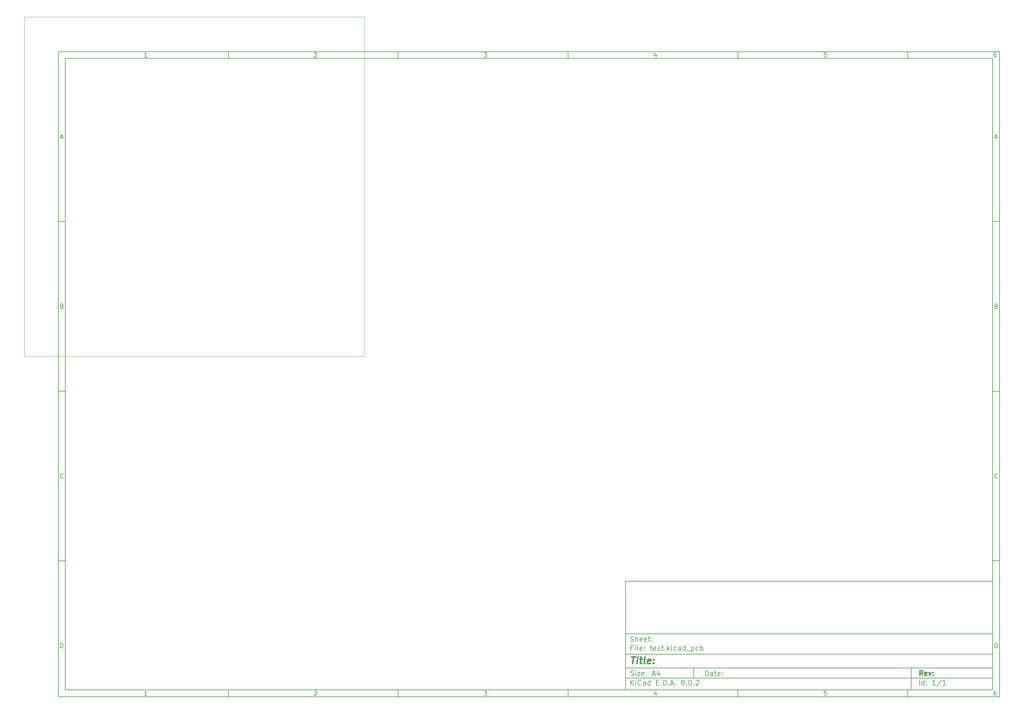
<source format=gbr>
%TF.GenerationSoftware,KiCad,Pcbnew,8.0.2-8.0.2-0~ubuntu22.04.1*%
%TF.CreationDate,2024-05-24T20:00:57+03:30*%
%TF.ProjectId,test,74657374-2e6b-4696-9361-645f70636258,rev?*%
%TF.SameCoordinates,Original*%
%TF.FileFunction,Profile,NP*%
%FSLAX46Y46*%
G04 Gerber Fmt 4.6, Leading zero omitted, Abs format (unit mm)*
G04 Created by KiCad (PCBNEW 8.0.2-8.0.2-0~ubuntu22.04.1) date 2024-05-24 20:00:57*
%MOMM*%
%LPD*%
G01*
G04 APERTURE LIST*
%ADD10C,0.100000*%
%ADD11C,0.150000*%
%ADD12C,0.300000*%
%ADD13C,0.400000*%
%TA.AperFunction,Profile*%
%ADD14C,0.100000*%
%TD*%
G04 APERTURE END LIST*
D10*
D11*
X177002200Y-166007200D02*
X285002200Y-166007200D01*
X285002200Y-198007200D01*
X177002200Y-198007200D01*
X177002200Y-166007200D01*
D10*
D11*
X10000000Y-10000000D02*
X287002200Y-10000000D01*
X287002200Y-200007200D01*
X10000000Y-200007200D01*
X10000000Y-10000000D01*
D10*
D11*
X12000000Y-12000000D02*
X285002200Y-12000000D01*
X285002200Y-198007200D01*
X12000000Y-198007200D01*
X12000000Y-12000000D01*
D10*
D11*
X60000000Y-12000000D02*
X60000000Y-10000000D01*
D10*
D11*
X110000000Y-12000000D02*
X110000000Y-10000000D01*
D10*
D11*
X160000000Y-12000000D02*
X160000000Y-10000000D01*
D10*
D11*
X210000000Y-12000000D02*
X210000000Y-10000000D01*
D10*
D11*
X260000000Y-12000000D02*
X260000000Y-10000000D01*
D10*
D11*
X36089160Y-11593604D02*
X35346303Y-11593604D01*
X35717731Y-11593604D02*
X35717731Y-10293604D01*
X35717731Y-10293604D02*
X35593922Y-10479319D01*
X35593922Y-10479319D02*
X35470112Y-10603128D01*
X35470112Y-10603128D02*
X35346303Y-10665033D01*
D10*
D11*
X85346303Y-10417414D02*
X85408207Y-10355509D01*
X85408207Y-10355509D02*
X85532017Y-10293604D01*
X85532017Y-10293604D02*
X85841541Y-10293604D01*
X85841541Y-10293604D02*
X85965350Y-10355509D01*
X85965350Y-10355509D02*
X86027255Y-10417414D01*
X86027255Y-10417414D02*
X86089160Y-10541223D01*
X86089160Y-10541223D02*
X86089160Y-10665033D01*
X86089160Y-10665033D02*
X86027255Y-10850747D01*
X86027255Y-10850747D02*
X85284398Y-11593604D01*
X85284398Y-11593604D02*
X86089160Y-11593604D01*
D10*
D11*
X135284398Y-10293604D02*
X136089160Y-10293604D01*
X136089160Y-10293604D02*
X135655826Y-10788842D01*
X135655826Y-10788842D02*
X135841541Y-10788842D01*
X135841541Y-10788842D02*
X135965350Y-10850747D01*
X135965350Y-10850747D02*
X136027255Y-10912652D01*
X136027255Y-10912652D02*
X136089160Y-11036461D01*
X136089160Y-11036461D02*
X136089160Y-11345985D01*
X136089160Y-11345985D02*
X136027255Y-11469795D01*
X136027255Y-11469795D02*
X135965350Y-11531700D01*
X135965350Y-11531700D02*
X135841541Y-11593604D01*
X135841541Y-11593604D02*
X135470112Y-11593604D01*
X135470112Y-11593604D02*
X135346303Y-11531700D01*
X135346303Y-11531700D02*
X135284398Y-11469795D01*
D10*
D11*
X185965350Y-10726938D02*
X185965350Y-11593604D01*
X185655826Y-10231700D02*
X185346303Y-11160271D01*
X185346303Y-11160271D02*
X186151064Y-11160271D01*
D10*
D11*
X236027255Y-10293604D02*
X235408207Y-10293604D01*
X235408207Y-10293604D02*
X235346303Y-10912652D01*
X235346303Y-10912652D02*
X235408207Y-10850747D01*
X235408207Y-10850747D02*
X235532017Y-10788842D01*
X235532017Y-10788842D02*
X235841541Y-10788842D01*
X235841541Y-10788842D02*
X235965350Y-10850747D01*
X235965350Y-10850747D02*
X236027255Y-10912652D01*
X236027255Y-10912652D02*
X236089160Y-11036461D01*
X236089160Y-11036461D02*
X236089160Y-11345985D01*
X236089160Y-11345985D02*
X236027255Y-11469795D01*
X236027255Y-11469795D02*
X235965350Y-11531700D01*
X235965350Y-11531700D02*
X235841541Y-11593604D01*
X235841541Y-11593604D02*
X235532017Y-11593604D01*
X235532017Y-11593604D02*
X235408207Y-11531700D01*
X235408207Y-11531700D02*
X235346303Y-11469795D01*
D10*
D11*
X285965350Y-10293604D02*
X285717731Y-10293604D01*
X285717731Y-10293604D02*
X285593922Y-10355509D01*
X285593922Y-10355509D02*
X285532017Y-10417414D01*
X285532017Y-10417414D02*
X285408207Y-10603128D01*
X285408207Y-10603128D02*
X285346303Y-10850747D01*
X285346303Y-10850747D02*
X285346303Y-11345985D01*
X285346303Y-11345985D02*
X285408207Y-11469795D01*
X285408207Y-11469795D02*
X285470112Y-11531700D01*
X285470112Y-11531700D02*
X285593922Y-11593604D01*
X285593922Y-11593604D02*
X285841541Y-11593604D01*
X285841541Y-11593604D02*
X285965350Y-11531700D01*
X285965350Y-11531700D02*
X286027255Y-11469795D01*
X286027255Y-11469795D02*
X286089160Y-11345985D01*
X286089160Y-11345985D02*
X286089160Y-11036461D01*
X286089160Y-11036461D02*
X286027255Y-10912652D01*
X286027255Y-10912652D02*
X285965350Y-10850747D01*
X285965350Y-10850747D02*
X285841541Y-10788842D01*
X285841541Y-10788842D02*
X285593922Y-10788842D01*
X285593922Y-10788842D02*
X285470112Y-10850747D01*
X285470112Y-10850747D02*
X285408207Y-10912652D01*
X285408207Y-10912652D02*
X285346303Y-11036461D01*
D10*
D11*
X60000000Y-198007200D02*
X60000000Y-200007200D01*
D10*
D11*
X110000000Y-198007200D02*
X110000000Y-200007200D01*
D10*
D11*
X160000000Y-198007200D02*
X160000000Y-200007200D01*
D10*
D11*
X210000000Y-198007200D02*
X210000000Y-200007200D01*
D10*
D11*
X260000000Y-198007200D02*
X260000000Y-200007200D01*
D10*
D11*
X36089160Y-199600804D02*
X35346303Y-199600804D01*
X35717731Y-199600804D02*
X35717731Y-198300804D01*
X35717731Y-198300804D02*
X35593922Y-198486519D01*
X35593922Y-198486519D02*
X35470112Y-198610328D01*
X35470112Y-198610328D02*
X35346303Y-198672233D01*
D10*
D11*
X85346303Y-198424614D02*
X85408207Y-198362709D01*
X85408207Y-198362709D02*
X85532017Y-198300804D01*
X85532017Y-198300804D02*
X85841541Y-198300804D01*
X85841541Y-198300804D02*
X85965350Y-198362709D01*
X85965350Y-198362709D02*
X86027255Y-198424614D01*
X86027255Y-198424614D02*
X86089160Y-198548423D01*
X86089160Y-198548423D02*
X86089160Y-198672233D01*
X86089160Y-198672233D02*
X86027255Y-198857947D01*
X86027255Y-198857947D02*
X85284398Y-199600804D01*
X85284398Y-199600804D02*
X86089160Y-199600804D01*
D10*
D11*
X135284398Y-198300804D02*
X136089160Y-198300804D01*
X136089160Y-198300804D02*
X135655826Y-198796042D01*
X135655826Y-198796042D02*
X135841541Y-198796042D01*
X135841541Y-198796042D02*
X135965350Y-198857947D01*
X135965350Y-198857947D02*
X136027255Y-198919852D01*
X136027255Y-198919852D02*
X136089160Y-199043661D01*
X136089160Y-199043661D02*
X136089160Y-199353185D01*
X136089160Y-199353185D02*
X136027255Y-199476995D01*
X136027255Y-199476995D02*
X135965350Y-199538900D01*
X135965350Y-199538900D02*
X135841541Y-199600804D01*
X135841541Y-199600804D02*
X135470112Y-199600804D01*
X135470112Y-199600804D02*
X135346303Y-199538900D01*
X135346303Y-199538900D02*
X135284398Y-199476995D01*
D10*
D11*
X185965350Y-198734138D02*
X185965350Y-199600804D01*
X185655826Y-198238900D02*
X185346303Y-199167471D01*
X185346303Y-199167471D02*
X186151064Y-199167471D01*
D10*
D11*
X236027255Y-198300804D02*
X235408207Y-198300804D01*
X235408207Y-198300804D02*
X235346303Y-198919852D01*
X235346303Y-198919852D02*
X235408207Y-198857947D01*
X235408207Y-198857947D02*
X235532017Y-198796042D01*
X235532017Y-198796042D02*
X235841541Y-198796042D01*
X235841541Y-198796042D02*
X235965350Y-198857947D01*
X235965350Y-198857947D02*
X236027255Y-198919852D01*
X236027255Y-198919852D02*
X236089160Y-199043661D01*
X236089160Y-199043661D02*
X236089160Y-199353185D01*
X236089160Y-199353185D02*
X236027255Y-199476995D01*
X236027255Y-199476995D02*
X235965350Y-199538900D01*
X235965350Y-199538900D02*
X235841541Y-199600804D01*
X235841541Y-199600804D02*
X235532017Y-199600804D01*
X235532017Y-199600804D02*
X235408207Y-199538900D01*
X235408207Y-199538900D02*
X235346303Y-199476995D01*
D10*
D11*
X285965350Y-198300804D02*
X285717731Y-198300804D01*
X285717731Y-198300804D02*
X285593922Y-198362709D01*
X285593922Y-198362709D02*
X285532017Y-198424614D01*
X285532017Y-198424614D02*
X285408207Y-198610328D01*
X285408207Y-198610328D02*
X285346303Y-198857947D01*
X285346303Y-198857947D02*
X285346303Y-199353185D01*
X285346303Y-199353185D02*
X285408207Y-199476995D01*
X285408207Y-199476995D02*
X285470112Y-199538900D01*
X285470112Y-199538900D02*
X285593922Y-199600804D01*
X285593922Y-199600804D02*
X285841541Y-199600804D01*
X285841541Y-199600804D02*
X285965350Y-199538900D01*
X285965350Y-199538900D02*
X286027255Y-199476995D01*
X286027255Y-199476995D02*
X286089160Y-199353185D01*
X286089160Y-199353185D02*
X286089160Y-199043661D01*
X286089160Y-199043661D02*
X286027255Y-198919852D01*
X286027255Y-198919852D02*
X285965350Y-198857947D01*
X285965350Y-198857947D02*
X285841541Y-198796042D01*
X285841541Y-198796042D02*
X285593922Y-198796042D01*
X285593922Y-198796042D02*
X285470112Y-198857947D01*
X285470112Y-198857947D02*
X285408207Y-198919852D01*
X285408207Y-198919852D02*
X285346303Y-199043661D01*
D10*
D11*
X10000000Y-60000000D02*
X12000000Y-60000000D01*
D10*
D11*
X10000000Y-110000000D02*
X12000000Y-110000000D01*
D10*
D11*
X10000000Y-160000000D02*
X12000000Y-160000000D01*
D10*
D11*
X10690476Y-35222176D02*
X11309523Y-35222176D01*
X10566666Y-35593604D02*
X10999999Y-34293604D01*
X10999999Y-34293604D02*
X11433333Y-35593604D01*
D10*
D11*
X11092857Y-84912652D02*
X11278571Y-84974557D01*
X11278571Y-84974557D02*
X11340476Y-85036461D01*
X11340476Y-85036461D02*
X11402380Y-85160271D01*
X11402380Y-85160271D02*
X11402380Y-85345985D01*
X11402380Y-85345985D02*
X11340476Y-85469795D01*
X11340476Y-85469795D02*
X11278571Y-85531700D01*
X11278571Y-85531700D02*
X11154761Y-85593604D01*
X11154761Y-85593604D02*
X10659523Y-85593604D01*
X10659523Y-85593604D02*
X10659523Y-84293604D01*
X10659523Y-84293604D02*
X11092857Y-84293604D01*
X11092857Y-84293604D02*
X11216666Y-84355509D01*
X11216666Y-84355509D02*
X11278571Y-84417414D01*
X11278571Y-84417414D02*
X11340476Y-84541223D01*
X11340476Y-84541223D02*
X11340476Y-84665033D01*
X11340476Y-84665033D02*
X11278571Y-84788842D01*
X11278571Y-84788842D02*
X11216666Y-84850747D01*
X11216666Y-84850747D02*
X11092857Y-84912652D01*
X11092857Y-84912652D02*
X10659523Y-84912652D01*
D10*
D11*
X11402380Y-135469795D02*
X11340476Y-135531700D01*
X11340476Y-135531700D02*
X11154761Y-135593604D01*
X11154761Y-135593604D02*
X11030952Y-135593604D01*
X11030952Y-135593604D02*
X10845238Y-135531700D01*
X10845238Y-135531700D02*
X10721428Y-135407890D01*
X10721428Y-135407890D02*
X10659523Y-135284080D01*
X10659523Y-135284080D02*
X10597619Y-135036461D01*
X10597619Y-135036461D02*
X10597619Y-134850747D01*
X10597619Y-134850747D02*
X10659523Y-134603128D01*
X10659523Y-134603128D02*
X10721428Y-134479319D01*
X10721428Y-134479319D02*
X10845238Y-134355509D01*
X10845238Y-134355509D02*
X11030952Y-134293604D01*
X11030952Y-134293604D02*
X11154761Y-134293604D01*
X11154761Y-134293604D02*
X11340476Y-134355509D01*
X11340476Y-134355509D02*
X11402380Y-134417414D01*
D10*
D11*
X10659523Y-185593604D02*
X10659523Y-184293604D01*
X10659523Y-184293604D02*
X10969047Y-184293604D01*
X10969047Y-184293604D02*
X11154761Y-184355509D01*
X11154761Y-184355509D02*
X11278571Y-184479319D01*
X11278571Y-184479319D02*
X11340476Y-184603128D01*
X11340476Y-184603128D02*
X11402380Y-184850747D01*
X11402380Y-184850747D02*
X11402380Y-185036461D01*
X11402380Y-185036461D02*
X11340476Y-185284080D01*
X11340476Y-185284080D02*
X11278571Y-185407890D01*
X11278571Y-185407890D02*
X11154761Y-185531700D01*
X11154761Y-185531700D02*
X10969047Y-185593604D01*
X10969047Y-185593604D02*
X10659523Y-185593604D01*
D10*
D11*
X287002200Y-60000000D02*
X285002200Y-60000000D01*
D10*
D11*
X287002200Y-110000000D02*
X285002200Y-110000000D01*
D10*
D11*
X287002200Y-160000000D02*
X285002200Y-160000000D01*
D10*
D11*
X285692676Y-35222176D02*
X286311723Y-35222176D01*
X285568866Y-35593604D02*
X286002199Y-34293604D01*
X286002199Y-34293604D02*
X286435533Y-35593604D01*
D10*
D11*
X286095057Y-84912652D02*
X286280771Y-84974557D01*
X286280771Y-84974557D02*
X286342676Y-85036461D01*
X286342676Y-85036461D02*
X286404580Y-85160271D01*
X286404580Y-85160271D02*
X286404580Y-85345985D01*
X286404580Y-85345985D02*
X286342676Y-85469795D01*
X286342676Y-85469795D02*
X286280771Y-85531700D01*
X286280771Y-85531700D02*
X286156961Y-85593604D01*
X286156961Y-85593604D02*
X285661723Y-85593604D01*
X285661723Y-85593604D02*
X285661723Y-84293604D01*
X285661723Y-84293604D02*
X286095057Y-84293604D01*
X286095057Y-84293604D02*
X286218866Y-84355509D01*
X286218866Y-84355509D02*
X286280771Y-84417414D01*
X286280771Y-84417414D02*
X286342676Y-84541223D01*
X286342676Y-84541223D02*
X286342676Y-84665033D01*
X286342676Y-84665033D02*
X286280771Y-84788842D01*
X286280771Y-84788842D02*
X286218866Y-84850747D01*
X286218866Y-84850747D02*
X286095057Y-84912652D01*
X286095057Y-84912652D02*
X285661723Y-84912652D01*
D10*
D11*
X286404580Y-135469795D02*
X286342676Y-135531700D01*
X286342676Y-135531700D02*
X286156961Y-135593604D01*
X286156961Y-135593604D02*
X286033152Y-135593604D01*
X286033152Y-135593604D02*
X285847438Y-135531700D01*
X285847438Y-135531700D02*
X285723628Y-135407890D01*
X285723628Y-135407890D02*
X285661723Y-135284080D01*
X285661723Y-135284080D02*
X285599819Y-135036461D01*
X285599819Y-135036461D02*
X285599819Y-134850747D01*
X285599819Y-134850747D02*
X285661723Y-134603128D01*
X285661723Y-134603128D02*
X285723628Y-134479319D01*
X285723628Y-134479319D02*
X285847438Y-134355509D01*
X285847438Y-134355509D02*
X286033152Y-134293604D01*
X286033152Y-134293604D02*
X286156961Y-134293604D01*
X286156961Y-134293604D02*
X286342676Y-134355509D01*
X286342676Y-134355509D02*
X286404580Y-134417414D01*
D10*
D11*
X285661723Y-185593604D02*
X285661723Y-184293604D01*
X285661723Y-184293604D02*
X285971247Y-184293604D01*
X285971247Y-184293604D02*
X286156961Y-184355509D01*
X286156961Y-184355509D02*
X286280771Y-184479319D01*
X286280771Y-184479319D02*
X286342676Y-184603128D01*
X286342676Y-184603128D02*
X286404580Y-184850747D01*
X286404580Y-184850747D02*
X286404580Y-185036461D01*
X286404580Y-185036461D02*
X286342676Y-185284080D01*
X286342676Y-185284080D02*
X286280771Y-185407890D01*
X286280771Y-185407890D02*
X286156961Y-185531700D01*
X286156961Y-185531700D02*
X285971247Y-185593604D01*
X285971247Y-185593604D02*
X285661723Y-185593604D01*
D10*
D11*
X200458026Y-193793328D02*
X200458026Y-192293328D01*
X200458026Y-192293328D02*
X200815169Y-192293328D01*
X200815169Y-192293328D02*
X201029455Y-192364757D01*
X201029455Y-192364757D02*
X201172312Y-192507614D01*
X201172312Y-192507614D02*
X201243741Y-192650471D01*
X201243741Y-192650471D02*
X201315169Y-192936185D01*
X201315169Y-192936185D02*
X201315169Y-193150471D01*
X201315169Y-193150471D02*
X201243741Y-193436185D01*
X201243741Y-193436185D02*
X201172312Y-193579042D01*
X201172312Y-193579042D02*
X201029455Y-193721900D01*
X201029455Y-193721900D02*
X200815169Y-193793328D01*
X200815169Y-193793328D02*
X200458026Y-193793328D01*
X202600884Y-193793328D02*
X202600884Y-193007614D01*
X202600884Y-193007614D02*
X202529455Y-192864757D01*
X202529455Y-192864757D02*
X202386598Y-192793328D01*
X202386598Y-192793328D02*
X202100884Y-192793328D01*
X202100884Y-192793328D02*
X201958026Y-192864757D01*
X202600884Y-193721900D02*
X202458026Y-193793328D01*
X202458026Y-193793328D02*
X202100884Y-193793328D01*
X202100884Y-193793328D02*
X201958026Y-193721900D01*
X201958026Y-193721900D02*
X201886598Y-193579042D01*
X201886598Y-193579042D02*
X201886598Y-193436185D01*
X201886598Y-193436185D02*
X201958026Y-193293328D01*
X201958026Y-193293328D02*
X202100884Y-193221900D01*
X202100884Y-193221900D02*
X202458026Y-193221900D01*
X202458026Y-193221900D02*
X202600884Y-193150471D01*
X203100884Y-192793328D02*
X203672312Y-192793328D01*
X203315169Y-192293328D02*
X203315169Y-193579042D01*
X203315169Y-193579042D02*
X203386598Y-193721900D01*
X203386598Y-193721900D02*
X203529455Y-193793328D01*
X203529455Y-193793328D02*
X203672312Y-193793328D01*
X204743741Y-193721900D02*
X204600884Y-193793328D01*
X204600884Y-193793328D02*
X204315170Y-193793328D01*
X204315170Y-193793328D02*
X204172312Y-193721900D01*
X204172312Y-193721900D02*
X204100884Y-193579042D01*
X204100884Y-193579042D02*
X204100884Y-193007614D01*
X204100884Y-193007614D02*
X204172312Y-192864757D01*
X204172312Y-192864757D02*
X204315170Y-192793328D01*
X204315170Y-192793328D02*
X204600884Y-192793328D01*
X204600884Y-192793328D02*
X204743741Y-192864757D01*
X204743741Y-192864757D02*
X204815170Y-193007614D01*
X204815170Y-193007614D02*
X204815170Y-193150471D01*
X204815170Y-193150471D02*
X204100884Y-193293328D01*
X205458026Y-193650471D02*
X205529455Y-193721900D01*
X205529455Y-193721900D02*
X205458026Y-193793328D01*
X205458026Y-193793328D02*
X205386598Y-193721900D01*
X205386598Y-193721900D02*
X205458026Y-193650471D01*
X205458026Y-193650471D02*
X205458026Y-193793328D01*
X205458026Y-192864757D02*
X205529455Y-192936185D01*
X205529455Y-192936185D02*
X205458026Y-193007614D01*
X205458026Y-193007614D02*
X205386598Y-192936185D01*
X205386598Y-192936185D02*
X205458026Y-192864757D01*
X205458026Y-192864757D02*
X205458026Y-193007614D01*
D10*
D11*
X177002200Y-194507200D02*
X285002200Y-194507200D01*
D10*
D11*
X178458026Y-196593328D02*
X178458026Y-195093328D01*
X179315169Y-196593328D02*
X178672312Y-195736185D01*
X179315169Y-195093328D02*
X178458026Y-195950471D01*
X179958026Y-196593328D02*
X179958026Y-195593328D01*
X179958026Y-195093328D02*
X179886598Y-195164757D01*
X179886598Y-195164757D02*
X179958026Y-195236185D01*
X179958026Y-195236185D02*
X180029455Y-195164757D01*
X180029455Y-195164757D02*
X179958026Y-195093328D01*
X179958026Y-195093328D02*
X179958026Y-195236185D01*
X181529455Y-196450471D02*
X181458027Y-196521900D01*
X181458027Y-196521900D02*
X181243741Y-196593328D01*
X181243741Y-196593328D02*
X181100884Y-196593328D01*
X181100884Y-196593328D02*
X180886598Y-196521900D01*
X180886598Y-196521900D02*
X180743741Y-196379042D01*
X180743741Y-196379042D02*
X180672312Y-196236185D01*
X180672312Y-196236185D02*
X180600884Y-195950471D01*
X180600884Y-195950471D02*
X180600884Y-195736185D01*
X180600884Y-195736185D02*
X180672312Y-195450471D01*
X180672312Y-195450471D02*
X180743741Y-195307614D01*
X180743741Y-195307614D02*
X180886598Y-195164757D01*
X180886598Y-195164757D02*
X181100884Y-195093328D01*
X181100884Y-195093328D02*
X181243741Y-195093328D01*
X181243741Y-195093328D02*
X181458027Y-195164757D01*
X181458027Y-195164757D02*
X181529455Y-195236185D01*
X182815170Y-196593328D02*
X182815170Y-195807614D01*
X182815170Y-195807614D02*
X182743741Y-195664757D01*
X182743741Y-195664757D02*
X182600884Y-195593328D01*
X182600884Y-195593328D02*
X182315170Y-195593328D01*
X182315170Y-195593328D02*
X182172312Y-195664757D01*
X182815170Y-196521900D02*
X182672312Y-196593328D01*
X182672312Y-196593328D02*
X182315170Y-196593328D01*
X182315170Y-196593328D02*
X182172312Y-196521900D01*
X182172312Y-196521900D02*
X182100884Y-196379042D01*
X182100884Y-196379042D02*
X182100884Y-196236185D01*
X182100884Y-196236185D02*
X182172312Y-196093328D01*
X182172312Y-196093328D02*
X182315170Y-196021900D01*
X182315170Y-196021900D02*
X182672312Y-196021900D01*
X182672312Y-196021900D02*
X182815170Y-195950471D01*
X184172313Y-196593328D02*
X184172313Y-195093328D01*
X184172313Y-196521900D02*
X184029455Y-196593328D01*
X184029455Y-196593328D02*
X183743741Y-196593328D01*
X183743741Y-196593328D02*
X183600884Y-196521900D01*
X183600884Y-196521900D02*
X183529455Y-196450471D01*
X183529455Y-196450471D02*
X183458027Y-196307614D01*
X183458027Y-196307614D02*
X183458027Y-195879042D01*
X183458027Y-195879042D02*
X183529455Y-195736185D01*
X183529455Y-195736185D02*
X183600884Y-195664757D01*
X183600884Y-195664757D02*
X183743741Y-195593328D01*
X183743741Y-195593328D02*
X184029455Y-195593328D01*
X184029455Y-195593328D02*
X184172313Y-195664757D01*
X186029455Y-195807614D02*
X186529455Y-195807614D01*
X186743741Y-196593328D02*
X186029455Y-196593328D01*
X186029455Y-196593328D02*
X186029455Y-195093328D01*
X186029455Y-195093328D02*
X186743741Y-195093328D01*
X187386598Y-196450471D02*
X187458027Y-196521900D01*
X187458027Y-196521900D02*
X187386598Y-196593328D01*
X187386598Y-196593328D02*
X187315170Y-196521900D01*
X187315170Y-196521900D02*
X187386598Y-196450471D01*
X187386598Y-196450471D02*
X187386598Y-196593328D01*
X188100884Y-196593328D02*
X188100884Y-195093328D01*
X188100884Y-195093328D02*
X188458027Y-195093328D01*
X188458027Y-195093328D02*
X188672313Y-195164757D01*
X188672313Y-195164757D02*
X188815170Y-195307614D01*
X188815170Y-195307614D02*
X188886599Y-195450471D01*
X188886599Y-195450471D02*
X188958027Y-195736185D01*
X188958027Y-195736185D02*
X188958027Y-195950471D01*
X188958027Y-195950471D02*
X188886599Y-196236185D01*
X188886599Y-196236185D02*
X188815170Y-196379042D01*
X188815170Y-196379042D02*
X188672313Y-196521900D01*
X188672313Y-196521900D02*
X188458027Y-196593328D01*
X188458027Y-196593328D02*
X188100884Y-196593328D01*
X189600884Y-196450471D02*
X189672313Y-196521900D01*
X189672313Y-196521900D02*
X189600884Y-196593328D01*
X189600884Y-196593328D02*
X189529456Y-196521900D01*
X189529456Y-196521900D02*
X189600884Y-196450471D01*
X189600884Y-196450471D02*
X189600884Y-196593328D01*
X190243742Y-196164757D02*
X190958028Y-196164757D01*
X190100885Y-196593328D02*
X190600885Y-195093328D01*
X190600885Y-195093328D02*
X191100885Y-196593328D01*
X191600884Y-196450471D02*
X191672313Y-196521900D01*
X191672313Y-196521900D02*
X191600884Y-196593328D01*
X191600884Y-196593328D02*
X191529456Y-196521900D01*
X191529456Y-196521900D02*
X191600884Y-196450471D01*
X191600884Y-196450471D02*
X191600884Y-196593328D01*
X193672313Y-195736185D02*
X193529456Y-195664757D01*
X193529456Y-195664757D02*
X193458027Y-195593328D01*
X193458027Y-195593328D02*
X193386599Y-195450471D01*
X193386599Y-195450471D02*
X193386599Y-195379042D01*
X193386599Y-195379042D02*
X193458027Y-195236185D01*
X193458027Y-195236185D02*
X193529456Y-195164757D01*
X193529456Y-195164757D02*
X193672313Y-195093328D01*
X193672313Y-195093328D02*
X193958027Y-195093328D01*
X193958027Y-195093328D02*
X194100885Y-195164757D01*
X194100885Y-195164757D02*
X194172313Y-195236185D01*
X194172313Y-195236185D02*
X194243742Y-195379042D01*
X194243742Y-195379042D02*
X194243742Y-195450471D01*
X194243742Y-195450471D02*
X194172313Y-195593328D01*
X194172313Y-195593328D02*
X194100885Y-195664757D01*
X194100885Y-195664757D02*
X193958027Y-195736185D01*
X193958027Y-195736185D02*
X193672313Y-195736185D01*
X193672313Y-195736185D02*
X193529456Y-195807614D01*
X193529456Y-195807614D02*
X193458027Y-195879042D01*
X193458027Y-195879042D02*
X193386599Y-196021900D01*
X193386599Y-196021900D02*
X193386599Y-196307614D01*
X193386599Y-196307614D02*
X193458027Y-196450471D01*
X193458027Y-196450471D02*
X193529456Y-196521900D01*
X193529456Y-196521900D02*
X193672313Y-196593328D01*
X193672313Y-196593328D02*
X193958027Y-196593328D01*
X193958027Y-196593328D02*
X194100885Y-196521900D01*
X194100885Y-196521900D02*
X194172313Y-196450471D01*
X194172313Y-196450471D02*
X194243742Y-196307614D01*
X194243742Y-196307614D02*
X194243742Y-196021900D01*
X194243742Y-196021900D02*
X194172313Y-195879042D01*
X194172313Y-195879042D02*
X194100885Y-195807614D01*
X194100885Y-195807614D02*
X193958027Y-195736185D01*
X194886598Y-196450471D02*
X194958027Y-196521900D01*
X194958027Y-196521900D02*
X194886598Y-196593328D01*
X194886598Y-196593328D02*
X194815170Y-196521900D01*
X194815170Y-196521900D02*
X194886598Y-196450471D01*
X194886598Y-196450471D02*
X194886598Y-196593328D01*
X195886599Y-195093328D02*
X196029456Y-195093328D01*
X196029456Y-195093328D02*
X196172313Y-195164757D01*
X196172313Y-195164757D02*
X196243742Y-195236185D01*
X196243742Y-195236185D02*
X196315170Y-195379042D01*
X196315170Y-195379042D02*
X196386599Y-195664757D01*
X196386599Y-195664757D02*
X196386599Y-196021900D01*
X196386599Y-196021900D02*
X196315170Y-196307614D01*
X196315170Y-196307614D02*
X196243742Y-196450471D01*
X196243742Y-196450471D02*
X196172313Y-196521900D01*
X196172313Y-196521900D02*
X196029456Y-196593328D01*
X196029456Y-196593328D02*
X195886599Y-196593328D01*
X195886599Y-196593328D02*
X195743742Y-196521900D01*
X195743742Y-196521900D02*
X195672313Y-196450471D01*
X195672313Y-196450471D02*
X195600884Y-196307614D01*
X195600884Y-196307614D02*
X195529456Y-196021900D01*
X195529456Y-196021900D02*
X195529456Y-195664757D01*
X195529456Y-195664757D02*
X195600884Y-195379042D01*
X195600884Y-195379042D02*
X195672313Y-195236185D01*
X195672313Y-195236185D02*
X195743742Y-195164757D01*
X195743742Y-195164757D02*
X195886599Y-195093328D01*
X197029455Y-196450471D02*
X197100884Y-196521900D01*
X197100884Y-196521900D02*
X197029455Y-196593328D01*
X197029455Y-196593328D02*
X196958027Y-196521900D01*
X196958027Y-196521900D02*
X197029455Y-196450471D01*
X197029455Y-196450471D02*
X197029455Y-196593328D01*
X197672313Y-195236185D02*
X197743741Y-195164757D01*
X197743741Y-195164757D02*
X197886599Y-195093328D01*
X197886599Y-195093328D02*
X198243741Y-195093328D01*
X198243741Y-195093328D02*
X198386599Y-195164757D01*
X198386599Y-195164757D02*
X198458027Y-195236185D01*
X198458027Y-195236185D02*
X198529456Y-195379042D01*
X198529456Y-195379042D02*
X198529456Y-195521900D01*
X198529456Y-195521900D02*
X198458027Y-195736185D01*
X198458027Y-195736185D02*
X197600884Y-196593328D01*
X197600884Y-196593328D02*
X198529456Y-196593328D01*
D10*
D11*
X177002200Y-191507200D02*
X285002200Y-191507200D01*
D10*
D12*
X264413853Y-193785528D02*
X263913853Y-193071242D01*
X263556710Y-193785528D02*
X263556710Y-192285528D01*
X263556710Y-192285528D02*
X264128139Y-192285528D01*
X264128139Y-192285528D02*
X264270996Y-192356957D01*
X264270996Y-192356957D02*
X264342425Y-192428385D01*
X264342425Y-192428385D02*
X264413853Y-192571242D01*
X264413853Y-192571242D02*
X264413853Y-192785528D01*
X264413853Y-192785528D02*
X264342425Y-192928385D01*
X264342425Y-192928385D02*
X264270996Y-192999814D01*
X264270996Y-192999814D02*
X264128139Y-193071242D01*
X264128139Y-193071242D02*
X263556710Y-193071242D01*
X265628139Y-193714100D02*
X265485282Y-193785528D01*
X265485282Y-193785528D02*
X265199568Y-193785528D01*
X265199568Y-193785528D02*
X265056710Y-193714100D01*
X265056710Y-193714100D02*
X264985282Y-193571242D01*
X264985282Y-193571242D02*
X264985282Y-192999814D01*
X264985282Y-192999814D02*
X265056710Y-192856957D01*
X265056710Y-192856957D02*
X265199568Y-192785528D01*
X265199568Y-192785528D02*
X265485282Y-192785528D01*
X265485282Y-192785528D02*
X265628139Y-192856957D01*
X265628139Y-192856957D02*
X265699568Y-192999814D01*
X265699568Y-192999814D02*
X265699568Y-193142671D01*
X265699568Y-193142671D02*
X264985282Y-193285528D01*
X266199567Y-192785528D02*
X266556710Y-193785528D01*
X266556710Y-193785528D02*
X266913853Y-192785528D01*
X267485281Y-193642671D02*
X267556710Y-193714100D01*
X267556710Y-193714100D02*
X267485281Y-193785528D01*
X267485281Y-193785528D02*
X267413853Y-193714100D01*
X267413853Y-193714100D02*
X267485281Y-193642671D01*
X267485281Y-193642671D02*
X267485281Y-193785528D01*
X267485281Y-192856957D02*
X267556710Y-192928385D01*
X267556710Y-192928385D02*
X267485281Y-192999814D01*
X267485281Y-192999814D02*
X267413853Y-192928385D01*
X267413853Y-192928385D02*
X267485281Y-192856957D01*
X267485281Y-192856957D02*
X267485281Y-192999814D01*
D10*
D11*
X178386598Y-193721900D02*
X178600884Y-193793328D01*
X178600884Y-193793328D02*
X178958026Y-193793328D01*
X178958026Y-193793328D02*
X179100884Y-193721900D01*
X179100884Y-193721900D02*
X179172312Y-193650471D01*
X179172312Y-193650471D02*
X179243741Y-193507614D01*
X179243741Y-193507614D02*
X179243741Y-193364757D01*
X179243741Y-193364757D02*
X179172312Y-193221900D01*
X179172312Y-193221900D02*
X179100884Y-193150471D01*
X179100884Y-193150471D02*
X178958026Y-193079042D01*
X178958026Y-193079042D02*
X178672312Y-193007614D01*
X178672312Y-193007614D02*
X178529455Y-192936185D01*
X178529455Y-192936185D02*
X178458026Y-192864757D01*
X178458026Y-192864757D02*
X178386598Y-192721900D01*
X178386598Y-192721900D02*
X178386598Y-192579042D01*
X178386598Y-192579042D02*
X178458026Y-192436185D01*
X178458026Y-192436185D02*
X178529455Y-192364757D01*
X178529455Y-192364757D02*
X178672312Y-192293328D01*
X178672312Y-192293328D02*
X179029455Y-192293328D01*
X179029455Y-192293328D02*
X179243741Y-192364757D01*
X179886597Y-193793328D02*
X179886597Y-192793328D01*
X179886597Y-192293328D02*
X179815169Y-192364757D01*
X179815169Y-192364757D02*
X179886597Y-192436185D01*
X179886597Y-192436185D02*
X179958026Y-192364757D01*
X179958026Y-192364757D02*
X179886597Y-192293328D01*
X179886597Y-192293328D02*
X179886597Y-192436185D01*
X180458026Y-192793328D02*
X181243741Y-192793328D01*
X181243741Y-192793328D02*
X180458026Y-193793328D01*
X180458026Y-193793328D02*
X181243741Y-193793328D01*
X182386598Y-193721900D02*
X182243741Y-193793328D01*
X182243741Y-193793328D02*
X181958027Y-193793328D01*
X181958027Y-193793328D02*
X181815169Y-193721900D01*
X181815169Y-193721900D02*
X181743741Y-193579042D01*
X181743741Y-193579042D02*
X181743741Y-193007614D01*
X181743741Y-193007614D02*
X181815169Y-192864757D01*
X181815169Y-192864757D02*
X181958027Y-192793328D01*
X181958027Y-192793328D02*
X182243741Y-192793328D01*
X182243741Y-192793328D02*
X182386598Y-192864757D01*
X182386598Y-192864757D02*
X182458027Y-193007614D01*
X182458027Y-193007614D02*
X182458027Y-193150471D01*
X182458027Y-193150471D02*
X181743741Y-193293328D01*
X183100883Y-193650471D02*
X183172312Y-193721900D01*
X183172312Y-193721900D02*
X183100883Y-193793328D01*
X183100883Y-193793328D02*
X183029455Y-193721900D01*
X183029455Y-193721900D02*
X183100883Y-193650471D01*
X183100883Y-193650471D02*
X183100883Y-193793328D01*
X183100883Y-192864757D02*
X183172312Y-192936185D01*
X183172312Y-192936185D02*
X183100883Y-193007614D01*
X183100883Y-193007614D02*
X183029455Y-192936185D01*
X183029455Y-192936185D02*
X183100883Y-192864757D01*
X183100883Y-192864757D02*
X183100883Y-193007614D01*
X184886598Y-193364757D02*
X185600884Y-193364757D01*
X184743741Y-193793328D02*
X185243741Y-192293328D01*
X185243741Y-192293328D02*
X185743741Y-193793328D01*
X186886598Y-192793328D02*
X186886598Y-193793328D01*
X186529455Y-192221900D02*
X186172312Y-193293328D01*
X186172312Y-193293328D02*
X187100883Y-193293328D01*
D10*
D11*
X263458026Y-196593328D02*
X263458026Y-195093328D01*
X264815170Y-196593328D02*
X264815170Y-195093328D01*
X264815170Y-196521900D02*
X264672312Y-196593328D01*
X264672312Y-196593328D02*
X264386598Y-196593328D01*
X264386598Y-196593328D02*
X264243741Y-196521900D01*
X264243741Y-196521900D02*
X264172312Y-196450471D01*
X264172312Y-196450471D02*
X264100884Y-196307614D01*
X264100884Y-196307614D02*
X264100884Y-195879042D01*
X264100884Y-195879042D02*
X264172312Y-195736185D01*
X264172312Y-195736185D02*
X264243741Y-195664757D01*
X264243741Y-195664757D02*
X264386598Y-195593328D01*
X264386598Y-195593328D02*
X264672312Y-195593328D01*
X264672312Y-195593328D02*
X264815170Y-195664757D01*
X265529455Y-196450471D02*
X265600884Y-196521900D01*
X265600884Y-196521900D02*
X265529455Y-196593328D01*
X265529455Y-196593328D02*
X265458027Y-196521900D01*
X265458027Y-196521900D02*
X265529455Y-196450471D01*
X265529455Y-196450471D02*
X265529455Y-196593328D01*
X265529455Y-195664757D02*
X265600884Y-195736185D01*
X265600884Y-195736185D02*
X265529455Y-195807614D01*
X265529455Y-195807614D02*
X265458027Y-195736185D01*
X265458027Y-195736185D02*
X265529455Y-195664757D01*
X265529455Y-195664757D02*
X265529455Y-195807614D01*
X268172313Y-196593328D02*
X267315170Y-196593328D01*
X267743741Y-196593328D02*
X267743741Y-195093328D01*
X267743741Y-195093328D02*
X267600884Y-195307614D01*
X267600884Y-195307614D02*
X267458027Y-195450471D01*
X267458027Y-195450471D02*
X267315170Y-195521900D01*
X269886598Y-195021900D02*
X268600884Y-196950471D01*
X271172313Y-196593328D02*
X270315170Y-196593328D01*
X270743741Y-196593328D02*
X270743741Y-195093328D01*
X270743741Y-195093328D02*
X270600884Y-195307614D01*
X270600884Y-195307614D02*
X270458027Y-195450471D01*
X270458027Y-195450471D02*
X270315170Y-195521900D01*
D10*
D11*
X177002200Y-187507200D02*
X285002200Y-187507200D01*
D10*
D13*
X178693928Y-188211638D02*
X179836785Y-188211638D01*
X179015357Y-190211638D02*
X179265357Y-188211638D01*
X180253452Y-190211638D02*
X180420119Y-188878304D01*
X180503452Y-188211638D02*
X180396309Y-188306876D01*
X180396309Y-188306876D02*
X180479643Y-188402114D01*
X180479643Y-188402114D02*
X180586786Y-188306876D01*
X180586786Y-188306876D02*
X180503452Y-188211638D01*
X180503452Y-188211638D02*
X180479643Y-188402114D01*
X181086786Y-188878304D02*
X181848690Y-188878304D01*
X181455833Y-188211638D02*
X181241548Y-189925923D01*
X181241548Y-189925923D02*
X181312976Y-190116400D01*
X181312976Y-190116400D02*
X181491548Y-190211638D01*
X181491548Y-190211638D02*
X181682024Y-190211638D01*
X182634405Y-190211638D02*
X182455833Y-190116400D01*
X182455833Y-190116400D02*
X182384405Y-189925923D01*
X182384405Y-189925923D02*
X182598690Y-188211638D01*
X184170119Y-190116400D02*
X183967738Y-190211638D01*
X183967738Y-190211638D02*
X183586785Y-190211638D01*
X183586785Y-190211638D02*
X183408214Y-190116400D01*
X183408214Y-190116400D02*
X183336785Y-189925923D01*
X183336785Y-189925923D02*
X183432024Y-189164019D01*
X183432024Y-189164019D02*
X183551071Y-188973542D01*
X183551071Y-188973542D02*
X183753452Y-188878304D01*
X183753452Y-188878304D02*
X184134404Y-188878304D01*
X184134404Y-188878304D02*
X184312976Y-188973542D01*
X184312976Y-188973542D02*
X184384404Y-189164019D01*
X184384404Y-189164019D02*
X184360595Y-189354495D01*
X184360595Y-189354495D02*
X183384404Y-189544971D01*
X185134405Y-190021161D02*
X185217738Y-190116400D01*
X185217738Y-190116400D02*
X185110595Y-190211638D01*
X185110595Y-190211638D02*
X185027262Y-190116400D01*
X185027262Y-190116400D02*
X185134405Y-190021161D01*
X185134405Y-190021161D02*
X185110595Y-190211638D01*
X185265357Y-188973542D02*
X185348690Y-189068780D01*
X185348690Y-189068780D02*
X185241548Y-189164019D01*
X185241548Y-189164019D02*
X185158214Y-189068780D01*
X185158214Y-189068780D02*
X185265357Y-188973542D01*
X185265357Y-188973542D02*
X185241548Y-189164019D01*
D10*
D11*
X178958026Y-185607614D02*
X178458026Y-185607614D01*
X178458026Y-186393328D02*
X178458026Y-184893328D01*
X178458026Y-184893328D02*
X179172312Y-184893328D01*
X179743740Y-186393328D02*
X179743740Y-185393328D01*
X179743740Y-184893328D02*
X179672312Y-184964757D01*
X179672312Y-184964757D02*
X179743740Y-185036185D01*
X179743740Y-185036185D02*
X179815169Y-184964757D01*
X179815169Y-184964757D02*
X179743740Y-184893328D01*
X179743740Y-184893328D02*
X179743740Y-185036185D01*
X180672312Y-186393328D02*
X180529455Y-186321900D01*
X180529455Y-186321900D02*
X180458026Y-186179042D01*
X180458026Y-186179042D02*
X180458026Y-184893328D01*
X181815169Y-186321900D02*
X181672312Y-186393328D01*
X181672312Y-186393328D02*
X181386598Y-186393328D01*
X181386598Y-186393328D02*
X181243740Y-186321900D01*
X181243740Y-186321900D02*
X181172312Y-186179042D01*
X181172312Y-186179042D02*
X181172312Y-185607614D01*
X181172312Y-185607614D02*
X181243740Y-185464757D01*
X181243740Y-185464757D02*
X181386598Y-185393328D01*
X181386598Y-185393328D02*
X181672312Y-185393328D01*
X181672312Y-185393328D02*
X181815169Y-185464757D01*
X181815169Y-185464757D02*
X181886598Y-185607614D01*
X181886598Y-185607614D02*
X181886598Y-185750471D01*
X181886598Y-185750471D02*
X181172312Y-185893328D01*
X182529454Y-186250471D02*
X182600883Y-186321900D01*
X182600883Y-186321900D02*
X182529454Y-186393328D01*
X182529454Y-186393328D02*
X182458026Y-186321900D01*
X182458026Y-186321900D02*
X182529454Y-186250471D01*
X182529454Y-186250471D02*
X182529454Y-186393328D01*
X182529454Y-185464757D02*
X182600883Y-185536185D01*
X182600883Y-185536185D02*
X182529454Y-185607614D01*
X182529454Y-185607614D02*
X182458026Y-185536185D01*
X182458026Y-185536185D02*
X182529454Y-185464757D01*
X182529454Y-185464757D02*
X182529454Y-185607614D01*
X184172312Y-185393328D02*
X184743740Y-185393328D01*
X184386597Y-184893328D02*
X184386597Y-186179042D01*
X184386597Y-186179042D02*
X184458026Y-186321900D01*
X184458026Y-186321900D02*
X184600883Y-186393328D01*
X184600883Y-186393328D02*
X184743740Y-186393328D01*
X185815169Y-186321900D02*
X185672312Y-186393328D01*
X185672312Y-186393328D02*
X185386598Y-186393328D01*
X185386598Y-186393328D02*
X185243740Y-186321900D01*
X185243740Y-186321900D02*
X185172312Y-186179042D01*
X185172312Y-186179042D02*
X185172312Y-185607614D01*
X185172312Y-185607614D02*
X185243740Y-185464757D01*
X185243740Y-185464757D02*
X185386598Y-185393328D01*
X185386598Y-185393328D02*
X185672312Y-185393328D01*
X185672312Y-185393328D02*
X185815169Y-185464757D01*
X185815169Y-185464757D02*
X185886598Y-185607614D01*
X185886598Y-185607614D02*
X185886598Y-185750471D01*
X185886598Y-185750471D02*
X185172312Y-185893328D01*
X186458026Y-186321900D02*
X186600883Y-186393328D01*
X186600883Y-186393328D02*
X186886597Y-186393328D01*
X186886597Y-186393328D02*
X187029454Y-186321900D01*
X187029454Y-186321900D02*
X187100883Y-186179042D01*
X187100883Y-186179042D02*
X187100883Y-186107614D01*
X187100883Y-186107614D02*
X187029454Y-185964757D01*
X187029454Y-185964757D02*
X186886597Y-185893328D01*
X186886597Y-185893328D02*
X186672312Y-185893328D01*
X186672312Y-185893328D02*
X186529454Y-185821900D01*
X186529454Y-185821900D02*
X186458026Y-185679042D01*
X186458026Y-185679042D02*
X186458026Y-185607614D01*
X186458026Y-185607614D02*
X186529454Y-185464757D01*
X186529454Y-185464757D02*
X186672312Y-185393328D01*
X186672312Y-185393328D02*
X186886597Y-185393328D01*
X186886597Y-185393328D02*
X187029454Y-185464757D01*
X187529455Y-185393328D02*
X188100883Y-185393328D01*
X187743740Y-184893328D02*
X187743740Y-186179042D01*
X187743740Y-186179042D02*
X187815169Y-186321900D01*
X187815169Y-186321900D02*
X187958026Y-186393328D01*
X187958026Y-186393328D02*
X188100883Y-186393328D01*
X188600883Y-186250471D02*
X188672312Y-186321900D01*
X188672312Y-186321900D02*
X188600883Y-186393328D01*
X188600883Y-186393328D02*
X188529455Y-186321900D01*
X188529455Y-186321900D02*
X188600883Y-186250471D01*
X188600883Y-186250471D02*
X188600883Y-186393328D01*
X189315169Y-186393328D02*
X189315169Y-184893328D01*
X189458027Y-185821900D02*
X189886598Y-186393328D01*
X189886598Y-185393328D02*
X189315169Y-185964757D01*
X190529455Y-186393328D02*
X190529455Y-185393328D01*
X190529455Y-184893328D02*
X190458027Y-184964757D01*
X190458027Y-184964757D02*
X190529455Y-185036185D01*
X190529455Y-185036185D02*
X190600884Y-184964757D01*
X190600884Y-184964757D02*
X190529455Y-184893328D01*
X190529455Y-184893328D02*
X190529455Y-185036185D01*
X191886599Y-186321900D02*
X191743741Y-186393328D01*
X191743741Y-186393328D02*
X191458027Y-186393328D01*
X191458027Y-186393328D02*
X191315170Y-186321900D01*
X191315170Y-186321900D02*
X191243741Y-186250471D01*
X191243741Y-186250471D02*
X191172313Y-186107614D01*
X191172313Y-186107614D02*
X191172313Y-185679042D01*
X191172313Y-185679042D02*
X191243741Y-185536185D01*
X191243741Y-185536185D02*
X191315170Y-185464757D01*
X191315170Y-185464757D02*
X191458027Y-185393328D01*
X191458027Y-185393328D02*
X191743741Y-185393328D01*
X191743741Y-185393328D02*
X191886599Y-185464757D01*
X193172313Y-186393328D02*
X193172313Y-185607614D01*
X193172313Y-185607614D02*
X193100884Y-185464757D01*
X193100884Y-185464757D02*
X192958027Y-185393328D01*
X192958027Y-185393328D02*
X192672313Y-185393328D01*
X192672313Y-185393328D02*
X192529455Y-185464757D01*
X193172313Y-186321900D02*
X193029455Y-186393328D01*
X193029455Y-186393328D02*
X192672313Y-186393328D01*
X192672313Y-186393328D02*
X192529455Y-186321900D01*
X192529455Y-186321900D02*
X192458027Y-186179042D01*
X192458027Y-186179042D02*
X192458027Y-186036185D01*
X192458027Y-186036185D02*
X192529455Y-185893328D01*
X192529455Y-185893328D02*
X192672313Y-185821900D01*
X192672313Y-185821900D02*
X193029455Y-185821900D01*
X193029455Y-185821900D02*
X193172313Y-185750471D01*
X194529456Y-186393328D02*
X194529456Y-184893328D01*
X194529456Y-186321900D02*
X194386598Y-186393328D01*
X194386598Y-186393328D02*
X194100884Y-186393328D01*
X194100884Y-186393328D02*
X193958027Y-186321900D01*
X193958027Y-186321900D02*
X193886598Y-186250471D01*
X193886598Y-186250471D02*
X193815170Y-186107614D01*
X193815170Y-186107614D02*
X193815170Y-185679042D01*
X193815170Y-185679042D02*
X193886598Y-185536185D01*
X193886598Y-185536185D02*
X193958027Y-185464757D01*
X193958027Y-185464757D02*
X194100884Y-185393328D01*
X194100884Y-185393328D02*
X194386598Y-185393328D01*
X194386598Y-185393328D02*
X194529456Y-185464757D01*
X194886599Y-186536185D02*
X196029456Y-186536185D01*
X196386598Y-185393328D02*
X196386598Y-186893328D01*
X196386598Y-185464757D02*
X196529456Y-185393328D01*
X196529456Y-185393328D02*
X196815170Y-185393328D01*
X196815170Y-185393328D02*
X196958027Y-185464757D01*
X196958027Y-185464757D02*
X197029456Y-185536185D01*
X197029456Y-185536185D02*
X197100884Y-185679042D01*
X197100884Y-185679042D02*
X197100884Y-186107614D01*
X197100884Y-186107614D02*
X197029456Y-186250471D01*
X197029456Y-186250471D02*
X196958027Y-186321900D01*
X196958027Y-186321900D02*
X196815170Y-186393328D01*
X196815170Y-186393328D02*
X196529456Y-186393328D01*
X196529456Y-186393328D02*
X196386598Y-186321900D01*
X198386599Y-186321900D02*
X198243741Y-186393328D01*
X198243741Y-186393328D02*
X197958027Y-186393328D01*
X197958027Y-186393328D02*
X197815170Y-186321900D01*
X197815170Y-186321900D02*
X197743741Y-186250471D01*
X197743741Y-186250471D02*
X197672313Y-186107614D01*
X197672313Y-186107614D02*
X197672313Y-185679042D01*
X197672313Y-185679042D02*
X197743741Y-185536185D01*
X197743741Y-185536185D02*
X197815170Y-185464757D01*
X197815170Y-185464757D02*
X197958027Y-185393328D01*
X197958027Y-185393328D02*
X198243741Y-185393328D01*
X198243741Y-185393328D02*
X198386599Y-185464757D01*
X199029455Y-186393328D02*
X199029455Y-184893328D01*
X199029455Y-185464757D02*
X199172313Y-185393328D01*
X199172313Y-185393328D02*
X199458027Y-185393328D01*
X199458027Y-185393328D02*
X199600884Y-185464757D01*
X199600884Y-185464757D02*
X199672313Y-185536185D01*
X199672313Y-185536185D02*
X199743741Y-185679042D01*
X199743741Y-185679042D02*
X199743741Y-186107614D01*
X199743741Y-186107614D02*
X199672313Y-186250471D01*
X199672313Y-186250471D02*
X199600884Y-186321900D01*
X199600884Y-186321900D02*
X199458027Y-186393328D01*
X199458027Y-186393328D02*
X199172313Y-186393328D01*
X199172313Y-186393328D02*
X199029455Y-186321900D01*
D10*
D11*
X177002200Y-181507200D02*
X285002200Y-181507200D01*
D10*
D11*
X178386598Y-183621900D02*
X178600884Y-183693328D01*
X178600884Y-183693328D02*
X178958026Y-183693328D01*
X178958026Y-183693328D02*
X179100884Y-183621900D01*
X179100884Y-183621900D02*
X179172312Y-183550471D01*
X179172312Y-183550471D02*
X179243741Y-183407614D01*
X179243741Y-183407614D02*
X179243741Y-183264757D01*
X179243741Y-183264757D02*
X179172312Y-183121900D01*
X179172312Y-183121900D02*
X179100884Y-183050471D01*
X179100884Y-183050471D02*
X178958026Y-182979042D01*
X178958026Y-182979042D02*
X178672312Y-182907614D01*
X178672312Y-182907614D02*
X178529455Y-182836185D01*
X178529455Y-182836185D02*
X178458026Y-182764757D01*
X178458026Y-182764757D02*
X178386598Y-182621900D01*
X178386598Y-182621900D02*
X178386598Y-182479042D01*
X178386598Y-182479042D02*
X178458026Y-182336185D01*
X178458026Y-182336185D02*
X178529455Y-182264757D01*
X178529455Y-182264757D02*
X178672312Y-182193328D01*
X178672312Y-182193328D02*
X179029455Y-182193328D01*
X179029455Y-182193328D02*
X179243741Y-182264757D01*
X179886597Y-183693328D02*
X179886597Y-182193328D01*
X180529455Y-183693328D02*
X180529455Y-182907614D01*
X180529455Y-182907614D02*
X180458026Y-182764757D01*
X180458026Y-182764757D02*
X180315169Y-182693328D01*
X180315169Y-182693328D02*
X180100883Y-182693328D01*
X180100883Y-182693328D02*
X179958026Y-182764757D01*
X179958026Y-182764757D02*
X179886597Y-182836185D01*
X181815169Y-183621900D02*
X181672312Y-183693328D01*
X181672312Y-183693328D02*
X181386598Y-183693328D01*
X181386598Y-183693328D02*
X181243740Y-183621900D01*
X181243740Y-183621900D02*
X181172312Y-183479042D01*
X181172312Y-183479042D02*
X181172312Y-182907614D01*
X181172312Y-182907614D02*
X181243740Y-182764757D01*
X181243740Y-182764757D02*
X181386598Y-182693328D01*
X181386598Y-182693328D02*
X181672312Y-182693328D01*
X181672312Y-182693328D02*
X181815169Y-182764757D01*
X181815169Y-182764757D02*
X181886598Y-182907614D01*
X181886598Y-182907614D02*
X181886598Y-183050471D01*
X181886598Y-183050471D02*
X181172312Y-183193328D01*
X183100883Y-183621900D02*
X182958026Y-183693328D01*
X182958026Y-183693328D02*
X182672312Y-183693328D01*
X182672312Y-183693328D02*
X182529454Y-183621900D01*
X182529454Y-183621900D02*
X182458026Y-183479042D01*
X182458026Y-183479042D02*
X182458026Y-182907614D01*
X182458026Y-182907614D02*
X182529454Y-182764757D01*
X182529454Y-182764757D02*
X182672312Y-182693328D01*
X182672312Y-182693328D02*
X182958026Y-182693328D01*
X182958026Y-182693328D02*
X183100883Y-182764757D01*
X183100883Y-182764757D02*
X183172312Y-182907614D01*
X183172312Y-182907614D02*
X183172312Y-183050471D01*
X183172312Y-183050471D02*
X182458026Y-183193328D01*
X183600883Y-182693328D02*
X184172311Y-182693328D01*
X183815168Y-182193328D02*
X183815168Y-183479042D01*
X183815168Y-183479042D02*
X183886597Y-183621900D01*
X183886597Y-183621900D02*
X184029454Y-183693328D01*
X184029454Y-183693328D02*
X184172311Y-183693328D01*
X184672311Y-183550471D02*
X184743740Y-183621900D01*
X184743740Y-183621900D02*
X184672311Y-183693328D01*
X184672311Y-183693328D02*
X184600883Y-183621900D01*
X184600883Y-183621900D02*
X184672311Y-183550471D01*
X184672311Y-183550471D02*
X184672311Y-183693328D01*
X184672311Y-182764757D02*
X184743740Y-182836185D01*
X184743740Y-182836185D02*
X184672311Y-182907614D01*
X184672311Y-182907614D02*
X184600883Y-182836185D01*
X184600883Y-182836185D02*
X184672311Y-182764757D01*
X184672311Y-182764757D02*
X184672311Y-182907614D01*
D10*
D11*
X197002200Y-191507200D02*
X197002200Y-194507200D01*
D10*
D11*
X261002200Y-191507200D02*
X261002200Y-198007200D01*
D14*
X40000Y210000D02*
X100040000Y210000D01*
X100040000Y-99790000D01*
X40000Y-99790000D01*
X40000Y210000D01*
M02*

</source>
